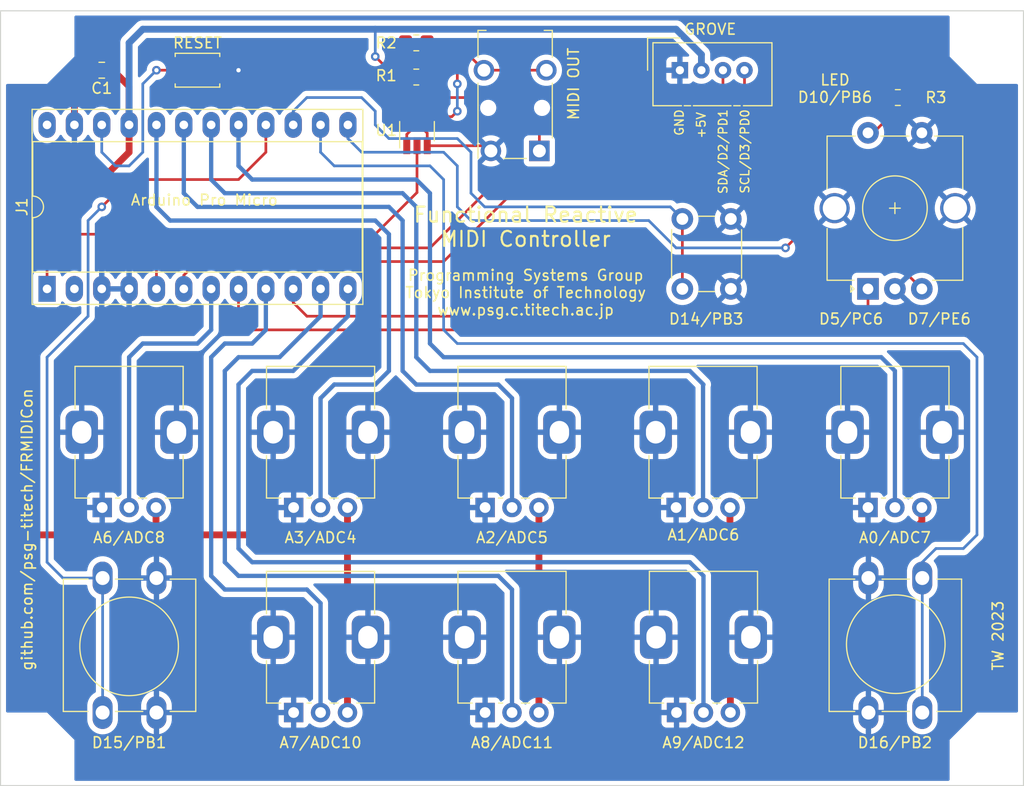
<source format=kicad_pcb>
(kicad_pcb (version 20221018) (generator pcbnew)
  (layers (0 "F.Cu" signal) (31 "B.Cu" signal) (34 "B.Paste" user) (35 "F.Paste" user) (36 "B.SilkS" user "B.Silkscreen") (37 "F.SilkS" user "F.Silkscreen") (38 "B.Mask" user) (39 "F.Mask" user) (44 "Edge.Cuts" user))
  (net 0 "")
  (net 1 "/RST")
  (net 2 "/SCL")
  (net 3 "/SDA")
  (net 4 "VCC")
  (net 5 "/TXD")
  (net 6 "/A6")
  (net 7 "/D5")
  (net 8 "/A7")
  (net 9 "/A8")
  (net 10 "/A9")
  (net 11 "GND")
  (net 12 "/A0")
  (net 13 "/A1")
  (net 14 "/A2")
  (net 15 "/A3")
  (net 16 "/D7")
  (net 17 "/D10")
  (net 18 "/D14")
  (net 19 "/D16")
  (net 20 "/D15")
  (net 21 "Net-(R3-Pad1)")
  (net 24 "Net-(J3-PadR)")
  (net 25 "Net-(J3-PadT)")
  (net 26 "Net-(R2-Pad1)")
  (footprint "Resistor_SMD:R_0805_2012Metric_Pad1.20x1.40mm_HandSolder" (layer "F.Cu") (at 206.01 91.44 180)
    (fp_text reference "R3" (at -3.54 0) (layer "F.SilkS"))
    (fp_text value "1k" hide)
    (pad "1" smd roundrect (at -1 0 180) (size 1.2 1.4) (layers "F.Cu" "F.Paste" "F.Mask") (roundrect_rratio 0.2083333333) (net 21 "Net-(R3-Pad1)"))
    (pad "2" smd roundrect (at 1 0 180) (size 1.2 1.4) (layers "F.Cu" "F.Paste" "F.Mask") (roundrect_rratio 0.2083333333) (net 17 "/D10"))
  )
  (footprint "Potentiometer_THT:Potentiometer_Alps_RK09K_Single_Vertical" (layer "F.Cu") (at 185.42 129.54 90)
    (fp_text reference "RV4" hide)
    (fp_text value "10k" hide)
    (fp_text user "A1/ADC6" (at -2.54 2.54 unlocked) (layer "F.SilkS"))
    (pad "1" thru_hole rect (at 0 0 90) (size 1.8 1.8) (drill 1) (layers "*.Cu" "*.Mask") (net 11 "GND"))
    (pad "2" thru_hole circle (at 0 2.5 90) (size 1.8 1.8) (drill 1) (layers "*.Cu" "*.Mask") (net 13 "/A1"))
    (pad "3" thru_hole circle (at 0 5 90) (size 1.8 1.8) (drill 1) (layers "*.Cu" "*.Mask") (net 4 "VCC"))
    (pad "MP" thru_hole roundrect (at 7 -1.9 90) (size 4 3) (drill oval 2.1 1.8) (layers "*.Cu" "*.Mask") (net 11 "GND"))
    (pad "MP" thru_hole roundrect (at 7 6.9 90) (size 4 3) (drill oval 2.1 1.8) (layers "*.Cu" "*.Mask") (net 11 "GND"))
  )
  (footprint "Package_DIP:DIP-24_W15.24mm_Socket_LongPads" (layer "F.Cu") (at 127 109.22 90)
    (fp_text reference "J1" (at 7.62 -2.33 90) (layer "F.SilkS"))
    (fp_text value "Arduino Pro Micro" hide)
    (fp_text user "Arduino Pro Micro" (at 8.255 14.605 unlocked) (layer "F.SilkS"))
    (pad "1" thru_hole rect (at 0 0 90) (size 2.4 1.6) (drill 0.8) (layers "*.Cu" "*.Mask") (net 5 "/TXD"))
    (pad "2" thru_hole oval (at 0 2.54 90) (size 2.4 1.6) (drill 0.8) (layers "*.Cu" "*.Mask"))
    (pad "3" thru_hole oval (at 0 5.08 90) (size 2.4 1.6) (drill 0.8) (layers "*.Cu" "*.Mask") (net 11 "GND"))
    (pad "4" thru_hole oval (at 0 7.62 90) (size 2.4 1.6) (drill 0.8) (layers "*.Cu" "*.Mask") (net 11 "GND"))
    (pad "5" thru_hole oval (at 0 10.16 90) (size 2.4 1.6) (drill 0.8) (layers "*.Cu" "*.Mask") (net 3 "/SDA"))
    (pad "6" thru_hole oval (at 0 12.7 90) (size 2.4 1.6) (drill 0.8) (layers "*.Cu" "*.Mask") (net 2 "/SCL"))
    (pad "7" thru_hole oval (at 0 15.24 90) (size 2.4 1.6) (drill 0.8) (layers "*.Cu" "*.Mask") (net 6 "/A6"))
    (pad "8" thru_hole oval (at 0 17.78 90) (size 2.4 1.6) (drill 0.8) (layers "*.Cu" "*.Mask") (net 7 "/D5"))
    (pad "9" thru_hole oval (at 0 20.32 90) (size 2.4 1.6) (drill 0.8) (layers "*.Cu" "*.Mask") (net 8 "/A7"))
    (pad "10" thru_hole oval (at 0 22.86 90) (size 2.4 1.6) (drill 0.8) (layers "*.Cu" "*.Mask") (net 16 "/D7"))
    (pad "11" thru_hole oval (at 0 25.4 90) (size 2.4 1.6) (drill 0.8) (layers "*.Cu" "*.Mask") (net 9 "/A8"))
    (pad "12" thru_hole oval (at 0 27.94 90) (size 2.4 1.6) (drill 0.8) (layers "*.Cu" "*.Mask") (net 10 "/A9"))
    (pad "13" thru_hole oval (at 15.24 27.94 90) (size 2.4 1.6) (drill 0.8) (layers "*.Cu" "*.Mask") (net 17 "/D10"))
    (pad "14" thru_hole oval (at 15.24 25.4 90) (size 2.4 1.6) (drill 0.8) (layers "*.Cu" "*.Mask") (net 19 "/D16"))
    (pad "15" thru_hole oval (at 15.24 22.86 90) (size 2.4 1.6) (drill 0.8) (layers "*.Cu" "*.Mask") (net 18 "/D14"))
    (pad "16" thru_hole oval (at 15.24 20.32 90) (size 2.4 1.6) (drill 0.8) (layers "*.Cu" "*.Mask") (net 20 "/D15"))
    (pad "17" thru_hole oval (at 15.24 17.78 90) (size 2.4 1.6) (drill 0.8) (layers "*.Cu" "*.Mask") (net 12 "/A0"))
    (pad "18" thru_hole oval (at 15.24 15.24 90) (size 2.4 1.6) (drill 0.8) (layers "*.Cu" "*.Mask") (net 13 "/A1"))
    (pad "19" thru_hole oval (at 15.24 12.7 90) (size 2.4 1.6) (drill 0.8) (layers "*.Cu" "*.Mask") (net 14 "/A2"))
    (pad "20" thru_hole oval (at 15.24 10.16 90) (size 2.4 1.6) (drill 0.8) (layers "*.Cu" "*.Mask") (net 15 "/A3"))
    (pad "21" thru_hole oval (at 15.24 7.62 90) (size 2.4 1.6) (drill 0.8) (layers "*.Cu" "*.Mask") (net 4 "VCC"))
    (pad "22" thru_hole oval (at 15.24 5.08 90) (size 2.4 1.6) (drill 0.8) (layers "*.Cu" "*.Mask") (net 1 "/RST"))
    (pad "23" thru_hole oval (at 15.24 2.54 90) (size 2.4 1.6) (drill 0.8) (layers "*.Cu" "*.Mask") (net 11 "GND"))
    (pad "24" thru_hole oval (at 15.24 0 90) (size 2.4 1.6) (drill 0.8) (layers "*.Cu" "*.Mask"))
  )
  (footprint "Potentiometer_THT:Potentiometer_Alps_RK09K_Single_Vertical" (layer "F.Cu") (at 167.68 148.59 90)
    (fp_text reference "RV7" hide)
    (fp_text value "10k" hide)
    (fp_text user "A8/ADC11" (at -2.794 2.5 unlocked) (layer "F.SilkS"))
    (pad "1" thru_hole rect (at 0 0 90) (size 1.8 1.8) (drill 1) (layers "*.Cu" "*.Mask") (net 11 "GND"))
    (pad "2" thru_hole circle (at 0 2.5 90) (size 1.8 1.8) (drill 1) (layers "*.Cu" "*.Mask") (net 9 "/A8"))
    (pad "3" thru_hole circle (at 0 5 90) (size 1.8 1.8) (drill 1) (layers "*.Cu" "*.Mask") (net 4 "VCC"))
    (pad "MP" thru_hole roundrect (at 7 -1.9 90) (size 4 3) (drill oval 2.1 1.8) (layers "*.Cu" "*.Mask") (net 11 "GND"))
    (pad "MP" thru_hole roundrect (at 7 6.9 90) (size 4 3) (drill oval 2.1 1.8) (layers "*.Cu" "*.Mask") (net 11 "GND"))
  )
  (footprint "MountingHole:MountingHole_3.2mm_M3_ISO14580" (layer "F.Cu") (at 214.68 152.38)
    (fp_text reference "H4" hide)
    (fp_text value "MountingHole" hide)
    (pad "" np_thru_hole circle (at 0 0) (size 3.2 3.2) (drill 3.2) (layers "*.Cu" "*.Mask"))
  )
  (footprint "MountingHole:MountingHole_3.2mm_M3_ISO14580" (layer "F.Cu") (at 214.68 86.38)
    (fp_text reference "H2" hide)
    (fp_text value "MountingHole" hide)
    (pad "" np_thru_hole circle (at 0 0) (size 3.2 3.2) (drill 3.2) (layers "*.Cu" "*.Mask"))
  )
  (footprint "FRMIDIConBoard:SW_PUSH-12mm" (layer "F.Cu") (at 203.28 148.59 90)
    (fp_text reference "SW2" hide)
    (fp_text value "Button2" hide)
    (fp_text user "D16/PB2" (at -2.794 2.46 unlocked) (layer "F.SilkS"))
    (pad "1" thru_hole oval (at 0 0 90) (size 3.048 1.85) (drill 1.3) (layers "*.Cu" "*.Mask") (net 11 "GND"))
    (pad "1" thru_hole oval (at 12.5 0 90) (size 3.048 1.85) (drill 1.3) (layers "*.Cu" "*.Mask") (net 11 "GND"))
    (pad "2" thru_hole oval (at 0 5 90) (size 3.048 1.85) (drill 1.3) (layers "*.Cu" "*.Mask") (net 19 "/D16"))
    (pad "2" thru_hole oval (at 12.5 5 90) (size 3.048 1.85) (drill 1.3) (layers "*.Cu" "*.Mask") (net 19 "/D16"))
  )
  (footprint "Connector_Audio:Jack_3.5mm_Switronic_ST-005-G_horizontal" (layer "F.Cu") (at 170.47 89.9 -90)
    (fp_text reference "J3" hide)
    (fp_text value "MIDI OUT" hide)
    (fp_text user "MIDI OUT" (at 0.27 -5.425 90 unlocked) (layer "F.SilkS"))
    (pad "" np_thru_hole circle (at 2.5 -2.5 270) (size 1 1) (drill 1) (layers "*.Cu" "*.Mask"))
    (pad "" np_thru_hole circle (at 2.5 2.5 270) (size 1 1) (drill 1) (layers "*.Cu" "*.Mask"))
    (pad "R" thru_hole rect (at 6.5 -2.25 270) (size 1.9 1.9) (drill 1.2) (layers "*.Cu" "*.Mask") (net 24 "Net-(J3-PadR)"))
    (pad "S" thru_hole circle (at 6.5 2.25 270) (size 1.9 1.9) (drill 1.2) (layers "*.Cu" "*.Mask") (net 11 "GND"))
    (pad "T" thru_hole circle (at -1 -2.9 270) (size 1.9 1.9) (drill 1.2) (layers "*.Cu" "*.Mask") (net 25 "Net-(J3-PadT)"))
    (pad "T" thru_hole circle (at -1 2.9 270) (size 1.9 1.9) (drill 1.2) (layers "*.Cu" "*.Mask") (net 25 "Net-(J3-PadT)"))
  )
  (footprint "Potentiometer_THT:Potentiometer_Alps_RK09K_Single_Vertical" (layer "F.Cu") (at 149.9 148.59 90)
    (fp_text reference "RV6" hide)
    (fp_text value "10k" hide)
    (fp_text user "A7/ADC10" (at -2.794 2.5 unlocked) (layer "F.SilkS"))
    (pad "1" thru_hole rect (at 0 0 90) (size 1.8 1.8) (drill 1) (layers "*.Cu" "*.Mask") (net 11 "GND"))
    (pad "2" thru_hole circle (at 0 2.5 90) (size 1.8 1.8) (drill 1) (layers "*.Cu" "*.Mask") (net 8 "/A7"))
    (pad "3" thru_hole circle (at 0 5 90) (size 1.8 1.8) (drill 1) (layers "*.Cu" "*.Mask") (net 4 "VCC"))
    (pad "MP" thru_hole roundrect (at 7 -1.9 90) (size 4 3) (drill oval 2.1 1.8) (layers "*.Cu" "*.Mask") (net 11 "GND"))
    (pad "MP" thru_hole roundrect (at 7 6.9 90) (size 4 3) (drill oval 2.1 1.8) (layers "*.Cu" "*.Mask") (net 11 "GND"))
  )
  (footprint "FRMIDIConBoard:RotaryEncoder_TopUp_EC12PL-LED_Vertical_H20mm_CircularMountingHoles" (layer "F.Cu") (at 203.24 109.22 90)
    (fp_text reference "SW3" hide)
    (fp_text value "RotaryEncoder_LED" hide)
    (fp_text user "D5/PC6   D7/PE6" (at -2.794 2.5 unlocked) (layer "F.SilkS"))
    (pad "A" thru_hole rect (at 0 0 90) (size 2 2) (drill 1) (layers "*.Cu" "*.Mask") (net 7 "/D5"))
    (pad "B" thru_hole circle (at 0 5 90) (size 2 2) (drill 1) (layers "*.Cu" "*.Mask") (net 16 "/D7"))
    (pad "C" thru_hole circle (at 0 2.5 90) (size 2 2) (drill 1) (layers "*.Cu" "*.Mask") (net 11 "GND"))
    (pad "L1" thru_hole circle (at 14.5 0 90) (size 2 2) (drill 1) (layers "*.Cu" "*.Mask") (net 21 "Net-(R3-Pad1)"))
    (pad "L2" thru_hole circle (at 14.5 5 90) (size 2 2) (drill 1) (layers "*.Cu" "*.Mask") (net 11 "GND"))
    (pad "MP" thru_hole circle (at 7.5 -3.1 90) (size 2.8 2.8) (drill 2.2) (layers "*.Cu" "*.Mask") (net 11 "GND"))
    (pad "MP" thru_hole circle (at 7.5 8.1 90) (size 2.8 2.8) (drill 2.2) (layers "*.Cu" "*.Mask") (net 11 "GND"))
  )
  (footprint "Connector:NS-Tech_Grove_1x04_P2mm_Vertical" (layer "F.Cu") (at 185.77 88.9 90)
    (fp_text reference "J2" hide)
    (fp_text value "Grove" hide)
    (fp_text user "GROVE" (at 3.81 2.825 unlocked) (layer "F.SilkS"))
    (pad "1" thru_hole rect (at 0 0 90) (size 1.524 1.524) (drill 0.762) (layers "*.Cu" "*.Mask") (net 11 "GND"))
    (pad "2" thru_hole circle (at 0 2 90) (size 1.524 1.524) (drill 0.762) (layers "*.Cu" "*.Mask") (net 4 "VCC"))
    (pad "3" thru_hole circle (at 0 4 90) (size 1.524 1.524) (drill 0.762) (layers "*.Cu" "*.Mask") (net 3 "/SDA"))
    (pad "4" thru_hole circle (at 0 6 90) (size 1.524 1.524) (drill 0.762) (layers "*.Cu" "*.Mask") (net 2 "/SCL"))
  )
  (footprint "FRMIDIConBoard:SW_PUSH-12mm" (layer "F.Cu") (at 137.16 136.09 -90)
    (fp_text reference "SW1" hide)
    (fp_text value "Button1" hide)
    (fp_text user "D15/PB1" (at 15.294 2.54 unlocked) (layer "F.SilkS"))
    (pad "1" thru_hole oval (at 0 0 270) (size 3.048 1.85) (drill 1.3) (layers "*.Cu" "*.Mask") (net 11 "GND"))
    (pad "1" thru_hole oval (at 12.5 0 270) (size 3.048 1.85) (drill 1.3) (layers "*.Cu" "*.Mask") (net 11 "GND"))
    (pad "2" thru_hole oval (at 0 5 270) (size 3.048 1.85) (drill 1.3) (layers "*.Cu" "*.Mask") (net 20 "/D15"))
    (pad "2" thru_hole oval (at 12.5 5 270) (size 3.048 1.85) (drill 1.3) (layers "*.Cu" "*.Mask") (net 20 "/D15"))
  )
  (footprint "Potentiometer_THT:Potentiometer_Alps_RK09K_Single_Vertical" (layer "F.Cu") (at 167.68 129.54 90)
    (fp_text reference "RV3" hide)
    (fp_text value "10k" hide)
    (fp_text user "A2/ADC5" (at -2.794 2.5 unlocked) (layer "F.SilkS"))
    (pad "1" thru_hole rect (at 0 0 90) (size 1.8 1.8) (drill 1) (layers "*.Cu" "*.Mask") (net 11 "GND"))
    (pad "2" thru_hole circle (at 0 2.5 90) (size 1.8 1.8) (drill 1) (layers "*.Cu" "*.Mask") (net 14 "/A2"))
    (pad "3" thru_hole circle (at 0 5 90) (size 1.8 1.8) (drill 1) (layers "*.Cu" "*.Mask") (net 4 "VCC"))
    (pad "MP" thru_hole roundrect (at 7 -1.9 90) (size 4 3) (drill oval 2.1 1.8) (layers "*.Cu" "*.Mask") (net 11 "GND"))
    (pad "MP" thru_hole roundrect (at 7 6.9 90) (size 4 3) (drill oval 2.1 1.8) (layers "*.Cu" "*.Mask") (net 11 "GND"))
  )
  (footprint "Potentiometer_THT:Potentiometer_Alps_RK09K_Single_Vertical" (layer "F.Cu") (at 203.24 129.54 90)
    (fp_text reference "RV5" hide)
    (fp_text value "10k" hide)
    (fp_text user "A0/ADC7" (at -2.794 2.5 unlocked) (layer "F.SilkS"))
    (pad "1" thru_hole rect (at 0 0 90) (size 1.8 1.8) (drill 1) (layers "*.Cu" "*.Mask") (net 11 "GND"))
    (pad "2" thru_hole circle (at 0 2.5 90) (size 1.8 1.8) (drill 1) (layers "*.Cu" "*.Mask") (net 12 "/A0"))
    (pad "3" thru_hole circle (at 0 5 90) (size 1.8 1.8) (drill 1) (layers "*.Cu" "*.Mask") (net 4 "VCC"))
    (pad "MP" thru_hole roundrect (at 7 -1.9 90) (size 4 3) (drill oval 2.1 1.8) (layers "*.Cu" "*.Mask") (net 11 "GND"))
    (pad "MP" thru_hole roundrect (at 7 6.9 90) (size 4 3) (drill oval 2.1 1.8) (layers "*.Cu" "*.Mask") (net 11 "GND"))
  )
  (footprint "Potentiometer_THT:Potentiometer_Alps_RK09K_Single_Vertical" (layer "F.Cu") (at 149.9 129.54 90)
    (fp_text reference "RV2" hide)
    (fp_text value "10k" hide)
    (fp_text user "A3/ADC4" (at -2.794 2.5 unlocked) (layer "F.SilkS"))
    (pad "1" thru_hole rect (at 0 0 90) (size 1.8 1.8) (drill 1) (layers "*.Cu" "*.Mask") (net 11 "GND"))
    (pad "2" thru_hole circle (at 0 2.5 90) (size 1.8 1.8) (drill 1) (layers "*.Cu" "*.Mask") (net 15 "/A3"))
    (pad "3" thru_hole circle (at 0 5 90) (size 1.8 1.8) (drill 1) (layers "*.Cu" "*.Mask") (net 4 "VCC"))
    (pad "MP" thru_hole roundrect (at 7 -1.9 90) (size 4 3) (drill oval 2.1 1.8) (layers "*.Cu" "*.Mask") (net 11 "GND"))
    (pad "MP" thru_hole roundrect (at 7 6.9 90) (size 4 3) (drill oval 2.1 1.8) (layers "*.Cu" "*.Mask") (net 11 "GND"))
  )
  (footprint "Package_TO_SOT_SMD:SOT-23-5_HandSoldering" (layer "F.Cu") (at 161.356 94.568 90)
    (fp_text reference "U1" (at 0.08 -2.86 180) (layer "F.SilkS"))
    (fp_text value "74AHC1G125" hide)
    (pad "1" smd rect (at -1.35 -0.95 90) (size 1.56 0.65) (layers "F.Cu" "F.Paste" "F.Mask") (net 11 "GND"))
    (pad "2" smd rect (at -1.35 0 90) (size 1.56 0.65) (layers "F.Cu" "F.Paste" "F.Mask") (net 5 "/TXD"))
    (pad "3" smd rect (at -1.35 0.95 90) (size 1.56 0.65) (layers "F.Cu" "F.Paste" "F.Mask") (net 11 "GND"))
    (pad "4" smd rect (at 1.35 0.95 90) (size 1.56 0.65) (layers "F.Cu" "F.Paste" "F.Mask") (net 26 "Net-(R2-Pad1)"))
    (pad "5" smd rect (at 1.35 -0.95 90) (size 1.56 0.65) (layers "F.Cu" "F.Paste" "F.Mask") (net 4 "VCC"))
  )
  (footprint "MountingHole:MountingHole_3.2mm_M3_ISO14580" (layer "F.Cu") (at 125.68 86.38)
    (fp_text reference "H1" hide)
    (fp_text value "MountingHole" hide)
    (pad "" np_thru_hole circle (at 0 0) (size 3.2 3.2) (drill 3.2) (layers "*.Cu" "*.Mask"))
  )
  (footprint "Button_Switch_THT:SW_PUSH_6mm_H5mm" (layer "F.Cu") (at 190.5 102.72 -90)
    (fp_text reference "SW4" hide)
    (fp_text value "Button3" hide)
    (fp_text user "D14/PB3" (at 9.294 2.286 unlocked) (layer "F.SilkS"))
    (pad "1" thru_hole circle (at 0 0) (size 2 2) (drill 1.1) (layers "*.Cu" "*.Mask") (net 11 "GND"))
    (pad "1" thru_hole circle (at 6.5 0) (size 2 2) (drill 1.1) (layers "*.Cu" "*.Mask") (net 11 "GND"))
    (pad "2" thru_hole circle (at 0 4.5) (size 2 2) (drill 1.1) (layers "*.Cu" "*.Mask") (net 18 "/D14"))
    (pad "2" thru_hole circle (at 6.5 4.5) (size 2 2) (drill 1.1) (layers "*.Cu" "*.Mask") (net 18 "/D14"))
  )
  (footprint "MountingHole:MountingHole_3.2mm_M3_ISO14580" (layer "F.Cu") (at 125.68 152.38)
    (fp_text reference "H3" hide)
    (fp_text value "MountingHole" hide)
    (pad "" np_thru_hole circle (at 0 0) (size 3.2 3.2) (drill 3.2) (layers "*.Cu" "*.Mask"))
  )
  (footprint "Capacitor_SMD:C_0805_2012Metric_Pad1.18x1.45mm_HandSolder" (layer "F.Cu") (at 132.08 88.9 180)
    (fp_text reference "C1" (at 0 -1.68) (layer "F.SilkS"))
    (fp_text value "0.1u")
    (pad "1" smd roundrect (at -1.0375 0 180) (size 1.175 1.45) (layers "F.Cu" "F.Paste" "F.Mask") (roundrect_rratio 0.2127659574) (net 4 "VCC"))
    (pad "2" smd roundrect (at 1.0375 0 180) (size 1.175 1.45) (layers "F.Cu" "F.Paste" "F.Mask") (roundrect_rratio 0.2127659574) (net 11 "GND"))
  )
  (footprint "Potentiometer_THT:Potentiometer_Alps_RK09K_Single_Vertical" (layer "F.Cu") (at 132.12 129.54 90)
    (fp_text reference "RV1" hide)
    (fp_text value "10k" hide)
    (fp_text user "A6/ADC8" (at -2.794 2.5 unlocked) (layer "F.SilkS"))
    (pad "1" thru_hole rect (at 0 0 90) (size 1.8 1.8) (drill 1) (layers "*.Cu" "*.Mask") (net 11 "GND"))
    (pad "2" thru_hole circle (at 0 2.5 90) (size 1.8 1.8) (drill 1) (layers "*.Cu" "*.Mask") (net 6 "/A6"))
    (pad "3" thru_hole circle (at 0 5 90) (size 1.8 1.8) (drill 1) (layers "*.Cu" "*.Mask") (net 4 "VCC"))
    (pad "MP" thru_hole roundrect (at 7 -1.9 90) (size 4 3) (drill oval 2.1 1.8) (layers "*.Cu" "*.Mask") (net 11 "GND"))
    (pad "MP" thru_hole roundrect (at 7 6.9 90) (size 4 3) (drill oval 2.1 1.8) (layers "*.Cu" "*.Mask") (net 11 "GND"))
  )
  (footprint "Resistor_SMD:R_0805_2012Metric_Pad1.20x1.40mm_HandSolder" (layer "F.Cu") (at 161.29 89.535)
    (fp_text reference "R1" (at -2.794 -0.127) (layer "F.SilkS"))
    (fp_text value "220" hide)
    (pad "1" smd roundrect (at -1 0) (size 1.2 1.4) (layers "F.Cu" "F.Paste" "F.Mask") (roundrect_rratio 0.2083333333) (net 4 "VCC"))
    (pad "2" smd roundrect (at 1 0) (size 1.2 1.4) (layers "F.Cu" "F.Paste" "F.Mask") (roundrect_rratio 0.2083333333) (net 24 "Net-(J3-PadR)"))
  )
  (footprint "Potentiometer_THT:Potentiometer_Alps_RK09K_Single_Vertical" (layer "F.Cu") (at 185.46 148.59 90)
    (fp_text reference "RV8" hide)
    (fp_text value "10k" hide)
    (fp_text user "A9/ADC12" (at -2.794 2.5 unlocked) (layer "F.SilkS"))
    (pad "1" thru_hole rect (at 0 0 90) (size 1.8 1.8) (drill 1) (layers "*.Cu" "*.Mask") (net 11 "GND"))
    (pad "2" thru_hole circle (at 0 2.5 90) (size 1.8 1.8) (drill 1) (layers "*.Cu" "*.Mask") (net 10 "/A9"))
    (pad "3" thru_hole circle (at 0 5 90) (size 1.8 1.8) (drill 1) (layers "*.Cu" "*.Mask") (net 4 "VCC"))
    (pad "MP" thru_hole roundrect (at 7 -1.9 90) (size 4 3) (drill oval 2.1 1.8) (layers "*.Cu" "*.Mask") (net 11 "GND"))
    (pad "MP" thru_hole roundrect (at 7 6.9 90) (size 4 3) (drill oval 2.1 1.8) (layers "*.Cu" "*.Mask") (net 11 "GND"))
  )
  (footprint "Button_Switch_SMD:SW_Push_SPST_NO_Alps_SKRK" (layer "F.Cu") (at 140.97 88.9 180)
    (fp_text reference "SW5" hide)
    (fp_text value "RESET" hide)
    (fp_text user "RESET" (at 0 2.54 unlocked) (layer "F.SilkS"))
    (pad "1" smd roundrect (at -2.1 0 180) (size 0.8 2) (layers "F.Cu" "F.Paste" "F.Mask") (net 11 "GND"))
    (pad "2" smd roundrect (at 2.1 0 180) (size 0.8 2) (layers "F.Cu" "F.Paste" "F.Mask") (net 1 "/RST"))
  )
  (footprint "Resistor_SMD:R_0805_2012Metric_Pad1.20x1.40mm_HandSolder" (layer "F.Cu") (at 161.29 86.36)
    (fp_text reference "R2" (at -2.794 0) (layer "F.SilkS"))
    (fp_text value "220" hide)
    (pad "1" smd roundrect (at -1 0) (size 1.2 1.4) (layers "F.Cu" "F.Paste" "F.Mask") (roundrect_rratio 0.2083333333) (net 26 "Net-(R2-Pad1)"))
    (pad "2" smd roundrect (at 1 0) (size 1.2 1.4) (layers "F.Cu" "F.Paste" "F.Mask") (roundrect_rratio 0.2083333333) (net 25 "Net-(J3-PadT)"))
  )
  (gr_rect (start 122.68 83.38) (end 217.68 155.38) (stroke (width 0.1)) (fill none) (layer "Edge.Cuts"))
  (gr_text "GND" (at 186.182 92.456 90) (layer "F.SilkS") (effects (font (size 0.8 0.8) (thickness 0.13) bold) (justify right bottom)))
  (gr_text "TW 2023" (at 215.9 144.78 90) (layer "F.SilkS") (effects (font (size 1 1)) (justify left bottom)))
  (gr_text "Programming Systems Group\nTokyo Institute of Technology\nwww.psg.c.titech.ac.jp" (at 171.45 111.76) (layer "F.SilkS") (effects (font (size 1 1)) (justify bottom)))
  (gr_text "LED\nD10/PB6" (at 200.18 92) (layer "F.SilkS") (effects (font (size 1 1)) (justify bottom)))
  (gr_text "github.com/psg-titech/FRMIDICon" (at 125.73 144.78 90) (layer "F.SilkS") (effects (font (size 1 1)) (justify left bottom)))
  (gr_text "SDA/D2/PD1" (at 190.246 92.456 90) (layer "F.SilkS") (effects (font (size 0.8 0.8) (thickness 0.13) bold) (justify right bottom)))
  (gr_text "+5V" (at 188.214 92.71 90) (layer "F.SilkS") (effects (font (size 0.8 0.8) (thickness 0.13) bold) (justify right bottom)))
  (gr_text "SCL/D3/PD0" (at 192.278 92.456 90) (layer "F.SilkS") (effects (font (size 0.8 0.8) (thickness 0.13) bold) (justify right bottom)))
  (gr_text "Functional Reactive\nMIDI Controller" (at 171.45 105.41) (layer "F.SilkS") (effects (font (size 1.4 1.4) (thickness 0.2)) (justify bottom)))
  (segment (start 137.16 88.9) (end 138.87 88.9) (width 0.25) (layer "F.Cu") (net 1))
  (via (at 137.16 88.9) (size 0.8) (drill 0.4) (layers "F.Cu" "B.Cu") (net 1))
  (segment (start 134.62 97.79) (end 135.89 96.52) (width 0.25) (layer "B.Cu") (net 1))
  (segment (start 135.89 96.52) (end 135.89 90.17) (width 0.25) (layer "B.Cu") (net 1))
  (segment (start 132.08 96.52) (end 133.35 97.79) (width 0.25) (layer "B.Cu") (net 1))
  (segment (start 133.35 97.79) (end 134.62 97.79) (width 0.25) (layer "B.Cu") (net 1))
  (segment (start 132.08 93.98) (end 132.08 96.52) (width 0.25) (layer "B.Cu") (net 1))
  (segment (start 135.89 90.17) (end 137.16 88.9) (width 0.25) (layer "B.Cu") (net 1))
  (segment (start 163.83 106.68) (end 170.18 100.33) (width 0.25) (layer "F.Cu") (net 2))
  (segment (start 189.23 100.33) (end 191.77 97.79) (width 0.25) (layer "F.Cu") (net 2))
  (segment (start 140.97 106.68) (end 163.83 106.68) (width 0.25) (layer "F.Cu") (net 2))
  (segment (start 170.18 100.33) (end 189.23 100.33) (width 0.25) (layer "F.Cu") (net 2))
  (segment (start 139.7 109.22) (end 139.7 107.95) (width 0.25) (layer "F.Cu") (net 2))
  (segment (start 139.7 107.95) (end 140.97 106.68) (width 0.25) (layer "F.Cu") (net 2))
  (segment (start 191.77 97.79) (end 191.77 88.9) (width 0.25) (layer "F.Cu") (net 2))
  (segment (start 137.16 106.68) (end 137.16 109.22) (width 0.25) (layer "F.Cu") (net 3))
  (segment (start 168.91 99.06) (end 187.96 99.06) (width 0.25) (layer "F.Cu") (net 3))
  (segment (start 187.96 99.06) (end 189.77 97.25) (width 0.25) (layer "F.Cu") (net 3))
  (segment (start 138.43 105.41) (end 137.16 106.68) (width 0.25) (layer "F.Cu") (net 3))
  (segment (start 189.77 97.25) (end 189.77 88.9) (width 0.25) (layer "F.Cu") (net 3))
  (segment (start 138.43 105.41) (end 162.56 105.41) (width 0.25) (layer "F.Cu") (net 3))
  (segment (start 162.56 105.41) (end 168.91 99.06) (width 0.25) (layer "F.Cu") (net 3))
  (segment (start 134.62 90.4025) (end 133.1175 88.9) (width 0.635) (layer "F.Cu") (net 4))
  (segment (start 137.12 132.04) (end 137.16 132.08) (width 0.25) (layer "F.Cu") (net 4))
  (segment (start 160.406 93.218) (end 160.406 89.651) (width 0.25) (layer "F.Cu") (net 4))
  (segment (start 134.62 96.52) (end 132.08 99.06) (width 0.635) (layer "F.Cu") (net 4))
  (segment (start 125.73 132.08) (end 137.16 132.08) (width 0.635) (layer "F.Cu") (net 4))
  (segment (start 134.62 93.98) (end 134.62 90.4025) (width 0.635) (layer "F.Cu") (net 4))
  (segment (start 190.46 144.82) (end 190.46 148.59) (width 0.635) (layer "F.Cu") (net 4))
  (segment (start 190.5 138.43) (end 189.23 139.7) (width 0.635) (layer "F.Cu") (net 4))
  (segment (start 190.5 144.78) (end 190.46 144.82) (width 0.25) (layer "F.Cu") (net 4))
  (segment (start 125.73 99.06) (end 124.46 100.33) (width 0.635) (layer "F.Cu") (net 4))
  (segment (start 124.46 130.81) (end 125.73 132.08) (width 0.635) (layer "F.Cu") (net 4))
  (segment (start 159.385 89.535) (end 160.29 89.535) (width 0.25) (layer "F.Cu") (net 4))
  (segment (start 134.62 93.98) (end 134.62 96.52) (width 0.635) (layer "F.Cu") (net 4))
  (segment (start 190.42 138.35) (end 190.5 138.43) (width 0.25) (layer "F.Cu") (net 4))
  (segment (start 154.9 144.82) (end 154.9 148.59) (width 0.635) (layer "F.Cu") (net 4))
  (segment (start 172.72 138.43) (end 171.45 139.7) (width 0.635) (layer "F.Cu") (net 4))
  (segment (start 154.9 129.54) (end 154.9 138.39) (width 0.635) (layer "F.Cu") (net 4))
  (segment (start 190.42 129.54) (end 190.42 138.35) (width 0.635) (layer "F.Cu") (net 4))
  (segment (start 171.45 143.51) (end 172.72 144.78) (width 0.635) (layer "F.Cu") (net 4))
  (segment (start 154.9 138.39) (end 154.94 138.43) (width 0.25) (layer "F.Cu") (net 4))
  (segment (start 160.406 89.651) (end 160.29 89.535) (width 0.25) (layer "F.Cu") (net 4))
  (segment (start 137.16 132.08) (end 207.01 132.08) (width 0.635) (layer "F.Cu") (net 4))
  (segment (start 124.46 100.33) (end 124.46 130.81) (width 0.635) (layer "F.Cu") (net 4))
  (segment (start 172.68 129.54) (end 172.68 138.39) (width 0.635) (layer "F.Cu") (net 4))
  (segment (start 171.45 139.7) (end 171.45 143.51) (width 0.635) (layer "F.Cu") (net 4))
  (segment (start 172.72 144.78) (end 172.68 144.82) (width 0.25) (layer "F.Cu") (net 4))
  (segment (start 172.68 144.82) (end 172.68 148.59) (width 0.635) (layer "F.Cu") (net 4))
  (segment (start 207.01 132.08) (end 208.24 130.85) (width 0.635) (layer "F.Cu") (net 4))
  (segment (start 132.08 99.06) (end 125.73 99.06) (width 0.635) (layer "F.Cu") (net 4))
  (segment (start 157.48 87.63) (end 159.385 89.535) (width 0.25) (layer "F.Cu") (net 4))
  (segment (start 137.12 129.54) (end 137.12 132.04) (width 0.635) (layer "F.Cu") (net 4))
  (segment (start 153.67 143.51) (end 154.94 144.78) (width 0.635) (layer "F.Cu") (net 4))
  (segment (start 189.23 139.7) (end 189.23 143.51) (width 0.635) (layer "F.Cu") (net 4))
  (segment (start 208.24 130.85) (end 208.24 129.54) (width 0.635) (layer "F.Cu") (net 4))
  (segment (start 154.94 138.43) (end 153.67 139.7) (width 0.635) (layer "F.Cu") (net 4))
  (segment (start 189.23 143.51) (end 190.5 144.78) (width 0.635) (layer "F.Cu") (net 4))
  (segment (start 153.67 139.7) (end 153.67 143.51) (width 0.635) (layer "F.Cu") (net 4))
  (segment (start 172.68 138.39) (end 172.72 138.43) (width 0.25) (layer "F.Cu") (net 4))
  (via (at 157.48 87.63) (size 0.8) (drill 0.4) (layers "F.Cu" "B.Cu") (net 4))
  (segment (start 134.62 93.98) (end 134.62 86.36) (width 0.635) (layer "B.Cu") (net 4))
  (segment (start 135.89 85.09) (end 157.48 85.09) (width 0.635) (layer "B.Cu") (net 4))
  (segment (start 134.62 86.36) (end 135.89 85.09) (width 0.635) (layer "B.Cu") (net 4))
  (segment (start 185.42 85.09) (end 187.77 87.44) (width 0.635) (layer "B.Cu") (net 4))
  (segment (start 157.48 85.09) (end 157.48 87.63) (width 0.25) (layer "B.Cu") (net 4))
  (segment (start 187.77 87.44) (end 187.77 88.9) (width 0.635) (layer "B.Cu") (net 4))
  (segment (start 157.48 85.09) (end 185.42 85.09) (width 0.635) (layer "B.Cu") (net 4))
  (segment (start 128.27 104.14) (end 127 105.41) (width 0.25) (layer "F.Cu") (net 5))
  (segment (start 157.48 104.14) (end 128.27 104.14) (width 0.25) (layer "F.Cu") (net 5))
  (segment (start 161.356 95.918) (end 161.356 100.264) (width 0.25) (layer "F.Cu") (net 5))
  (segment (start 161.356 100.264) (end 157.48 104.14) (width 0.25) (layer "F.Cu") (net 5))
  (segment (start 127 105.41) (end 127 109.22) (width 0.25) (layer "F.Cu") (net 5))
  (segment (start 135.89 114.3) (end 134.62 115.57) (width 0.4) (layer "B.Cu") (net 6))
  (segment (start 142.24 109.22) (end 142.24 113.03) (width 0.4) (layer "B.Cu") (net 6))
  (segment (start 140.97 114.3) (end 135.89 114.3) (width 0.4) (layer "B.Cu") (net 6))
  (segment (start 134.62 115.57) (end 134.62 129.54) (width 0.4) (layer "B.Cu") (net 6))
  (segment (start 142.24 113.03) (end 140.97 114.3) (width 0.4) (layer "B.Cu") (net 6))
  (segment (start 144.78 109.22) (end 144.78 111.76) (width 0.25) (layer "F.Cu") (net 7))
  (segment (start 144.78 111.76) (end 146.05 113.03) (width 0.25) (layer "F.Cu") (net 7))
  (segment (start 201.93 113.03) (end 203.24 111.72) (width 0.25) (layer "F.Cu") (net 7))
  (segment (start 146.05 113.03) (end 201.93 113.03) (width 0.25) (layer "F.Cu") (net 7))
  (segment (start 203.24 111.72) (end 203.24 109.22) (width 0.25) (layer "F.Cu") (net 7))
  (segment (start 143.51 137.16) (end 142.24 135.89) (width 0.4) (layer "B.Cu") (net 8))
  (segment (start 152.4 138.43) (end 151.13 137.16) (width 0.4) (layer "B.Cu") (net 8))
  (segment (start 142.24 115.57) (end 143.51 114.3) (width 0.4) (layer "B.Cu") (net 8))
  (segment (start 151.13 137.16) (end 143.51 137.16) (width 0.4) (layer "B.Cu") (net 8))
  (segment (start 143.51 114.3) (end 146.05 114.3) (width 0.4) (layer "B.Cu") (net 8))
  (segment (start 147.32 113.03) (end 147.32 109.22) (width 0.4) (layer "B.Cu") (net 8))
  (segment (start 146.05 114.3) (end 147.32 113.03) (width 0.4) (layer "B.Cu") (net 8))
  (segment (start 152.4 148.59) (end 152.4 138.43) (width 0.4) (layer "B.Cu") (net 8))
  (segment (start 142.24 135.89) (end 142.24 115.57) (width 0.4) (layer "B.Cu") (net 8))
  (segment (start 152.4 109.22) (end 152.4 111.76) (width 0.4) (layer "B.Cu") (net 9))
  (segment (start 168.91 135.89) (end 170.18 137.16) (width 0.4) (layer "B.Cu") (net 9))
  (segment (start 144.78 115.57) (end 143.51 116.84) (width 0.4) (layer "B.Cu") (net 9))
  (segment (start 143.51 134.62) (end 144.78 135.89) (width 0.4) (layer "B.Cu") (net 9))
  (segment (start 170.18 137.16) (end 170.18 148.59) (width 0.4) (layer "B.Cu") (net 9))
  (segment (start 143.51 116.84) (end 143.51 134.62) (width 0.4) (layer "B.Cu") (net 9))
  (segment (start 144.78 135.89) (end 168.91 135.89) (width 0.4) (layer "B.Cu") (net 9))
  (segment (start 148.59 115.57) (end 144.78 115.57) (width 0.4) (layer "B.Cu") (net 9))
  (segment (start 152.4 111.76) (end 148.59 115.57) (width 0.4) (layer "B.Cu") (net 9))
  (segment (start 154.94 111.76) (end 149.86 116.84) (width 0.4) (layer "B.Cu") (net 10))
  (segment (start 146.05 116.84) (end 144.78 118.11) (width 0.4) (layer "B.Cu") (net 10))
  (segment (start 154.94 109.22) (end 154.94 111.76) (width 0.4) (layer "B.Cu") (net 10))
  (segment (start 144.78 118.11) (end 144.78 133.35) (width 0.4) (layer "B.Cu") (net 10))
  (segment (start 146.05 134.62) (end 186.69 134.62) (width 0.4) (layer "B.Cu") (net 10))
  (segment (start 149.86 116.84) (end 146.05 116.84) (width 0.4) (layer "B.Cu") (net 10))
  (segment (start 144.78 133.35) (end 146.05 134.62) (width 0.4) (layer "B.Cu") (net 10))
  (segment (start 186.69 134.62) (end 187.96 135.89) (width 0.4) (layer "B.Cu") (net 10))
  (segment (start 187.96 135.89) (end 187.96 148.59) (width 0.4) (layer "B.Cu") (net 10))
  (segment (start 160.406 94.864) (end 160.406 95.918) (width 0.25) (layer "F.Cu") (net 11))
  (segment (start 129.54 93.98) (end 129.54 90.4025) (width 0.635) (layer "F.Cu") (net 11))
  (segment (start 143.07 88.9) (end 144.78 88.9) (width 0.25) (layer "F.Cu") (net 11))
  (segment (start 162.306 94.742) (end 162.052 94.488) (width 0.25) (layer "F.Cu") (net 11))
  (segment (start 160.782 94.488) (end 160.406 94.864) (width 0.25) (layer "F.Cu") (net 11))
  (segment (start 162.052 94.488) (end 160.782 94.488) (width 0.25) (layer "F.Cu") (net 11))
  (segment (start 167.738 95.918) (end 168.22 96.4) (width 0.25) (layer "F.Cu") (net 11))
  (segment (start 162.306 95.918) (end 162.306 94.742) (width 0.25) (layer "F.Cu") (net 11))
  (segment (start 162.306 95.918) (end 167.738 95.918) (width 0.25) (layer "F.Cu") (net 11))
  (segment (start 129.54 90.4025) (end 131.0425 88.9) (width 0.635) (layer "F.Cu") (net 11))
  (via (at 144.78 88.9) (size 0.8) (drill 0.4) (layers "F.Cu" "B.Cu") (net 11))
  (segment (start 162.56 100.33) (end 162.56 114.3) (width 0.4) (layer "B.Cu") (net 12))
  (segment (start 144.78 93.98) (end 144.78 97.79) (width 0.4) (layer "B.Cu") (net 12))
  (segment (start 144.78 97.79) (end 146.05 99.06) (width 0.4) (layer "B.Cu") (net 12))
  (segment (start 204.47 115.57) (end 205.74 116.84) (width 0.4) (layer "B.Cu") (net 12))
  (segment (start 205.74 116.84) (end 205.74 129.54) (width 0.4) (layer "B.Cu") (net 12))
  (segment (start 163.83 115.57) (end 204.47 115.57) (width 0.4) (layer "B.Cu") (net 12))
  (segment (start 162.56 114.3) (end 163.83 115.57) (width 0.4) (layer "B.Cu") (net 12))
  (segment (start 146.05 99.06) (end 161.29 99.06) (width 0.4) (layer "B.Cu") (net 12))
  (segment (start 161.29 99.06) (end 162.56 100.33) (width 0.4) (layer "B.Cu") (net 12))
  (segment (start 143.51 100.33) (end 160.02 100.33) (width 0.4) (layer "B.Cu") (net 13))
  (segment (start 187.92 118.15) (end 187.92 129.54) (width 0.4) (layer "B.Cu") (net 13))
  (segment (start 142.24 99.06) (end 143.51 100.33) (width 0.4) (layer "B.Cu") (net 13))
  (segment (start 162.56 116.84) (end 186.69 116.84) (width 0.4) (layer "B.Cu") (net 13))
  (segment (start 161.29 115.57) (end 162.56 116.84) (width 0.4) (layer "B.Cu") (net 13))
  (segment (start 186.69 116.84) (end 187.96 118.11) (width 0.4) (layer "B.Cu") (net 13))
  (segment (start 161.29 101.6) (end 161.29 115.57) (width 0.4) (layer "B.Cu") (net 13))
  (segment (start 187.96 118.11) (end 187.92 118.15) (width 0.25) (layer "B.Cu") (net 13))
  (segment (start 160.02 100.33) (end 161.29 101.6) (width 0.4) (layer "B.Cu") (net 13))
  (segment (start 142.24 93.98) (end 142.24 99.06) (width 0.4) (layer "B.Cu") (net 13))
  (segment (start 160.02 102.87) (end 160.02 116.84) (width 0.4) (layer "B.Cu") (net 14))
  (segment (start 161.29 118.11) (end 168.91 118.11) (width 0.4) (layer "B.Cu") (net 14))
  (segment (start 139.7 93.98) (end 139.7 100.33) (width 0.4) (layer "B.Cu") (net 14))
  (segment (start 140.97 101.6) (end 158.75 101.6) (width 0.4) (layer "B.Cu") (net 14))
  (segment (start 158.75 101.6) (end 160.02 102.87) (width 0.4) (layer "B.Cu") (net 14))
  (segment (start 168.91 118.11) (end 170.18 119.38) (width 0.4) (layer "B.Cu") (net 14))
  (segment (start 160.02 116.84) (end 161.29 118.11) (width 0.4) (layer "B.Cu") (net 14))
  (segment (start 139.7 100.33) (end 140.97 101.6) (width 0.4) (layer "B.Cu") (net 14))
  (segment (start 170.18 119.38) (end 170.18 129.54) (width 0.4) (layer "B.Cu") (net 14))
  (segment (start 157.48 102.87) (end 158.75 104.14) (width 0.4) (layer "B.Cu") (net 15))
  (segment (start 137.16 101.6) (end 138.43 102.87) (width 0.4) (layer "B.Cu") (net 15))
  (segment (start 158.75 116.84) (end 157.48 118.11) (width 0.4) (layer "B.Cu") (net 15))
  (segment (start 138.43 102.87) (end 157.48 102.87) (width 0.4) (layer "B.Cu") (net 15))
  (segment (start 137.16 93.98) (end 137.16 101.6) (width 0.4) (layer "B.Cu") (net 15))
  (segment (start 158.75 104.14) (end 158.75 116.84) (width 0.4) (layer "B.Cu") (net 15))
  (segment (start 152.4 119.38) (end 152.4 129.54) (width 0.4) (layer "B.Cu") (net 15))
  (segment (start 153.67 118.11) (end 152.4 119.38) (width 0.4) (layer "B.Cu") (net 15))
  (segment (start 157.48 118.11) (end 153.67 118.11) (width 0.4) (layer "B.Cu") (net 15))
  (segment (start 149.86 110.49) (end 151.13 111.76) (width 0.25) (layer "F.Cu") (net 16))
  (segment (start 201.93 106.68) (end 205.74 106.68) (width 0.25) (layer "F.Cu") (net 16))
  (segment (start 149.86 109.22) (end 149.86 110.49) (width 0.25) (layer "F.Cu") (net 16))
  (segment (start 200.66 110.49) (end 200.66 107.95) (width 0.25) (layer "F.Cu") (net 16))
  (segment (start 199.39 111.76) (end 200.66 110.49) (width 0.25) (layer "F.Cu") (net 16))
  (segment (start 200.66 107.95) (end 201.93 106.68) (width 0.25) (layer "F.Cu") (net 16))
  (segment (start 205.74 106.68) (end 205.74 106.72) (width 0.25) (layer "F.Cu") (net 16))
  (segment (start 151.13 111.76) (end 199.39 111.76) (width 0.25) (layer "F.Cu") (net 16))
  (segment (start 205.74 106.72) (end 208.24 109.22) (width 0.25) (layer "F.Cu") (net 16))
  (segment (start 196.85 104.14) (end 196.85 92.71) (width 0.25) (layer "F.Cu") (net 17))
  (segment (start 196.85 92.71) (end 198.12 91.44) (width 0.25) (layer "F.Cu") (net 17))
  (segment (start 198.12 91.44) (end 205.01 91.44) (width 0.25) (layer "F.Cu") (net 17))
  (segment (start 196.85 104.14) (end 195.58 105.41) (width 0.25) (layer "F.Cu") (net 17))
  (via (at 195.58 105.41) (size 0.8) (drill 0.4) (layers "F.Cu" "B.Cu") (net 17))
  (segment (start 156.21 96.52) (end 154.94 95.25) (width 0.25) (layer "B.Cu") (net 17))
  (segment (start 166.37 102.87) (end 182.88 102.87) (width 0.25) (layer "B.Cu") (net 17))
  (segment (start 163.83 96.52) (end 156.21 96.52) (width 0.25) (layer "B.Cu") (net 17))
  (segment (start 165.1 101.6) (end 166.37 102.87) (width 0.25) (layer "B.Cu") (net 17))
  (segment (start 182.88 102.87) (end 185.42 105.41) (width 0.25) (layer "B.Cu") (net 17))
  (segment (start 154.94 95.25) (end 154.94 93.98) (width 0.25) (layer "B.Cu") (net 17))
  (segment (start 165.1 97.79) (end 163.83 96.52) (width 0.25) (layer "B.Cu") (net 17))
  (segment (start 185.42 105.41) (end 195.58 105.41) (width 0.25) (layer "B.Cu") (net 17))
  (segment (start 165.1 97.79) (end 165.1 101.6) (width 0.25) (layer "B.Cu") (net 17))
  (segment (start 186 102.72) (end 186 109.22) (width 0.25) (layer "F.Cu") (net 18))
  (segment (start 151.13 91.44) (end 156.21 91.44) (width 0.25) (layer "B.Cu") (net 18))
  (segment (start 156.21 91.44) (end 157.48 92.71) (width 0.25) (layer "B.Cu") (net 18))
  (segment (start 149.86 92.71) (end 151.13 91.44) (width 0.25) (layer "B.Cu") (net 18))
  (segment (start 166.37 100.33) (end 167.64 101.6) (width 0.25) (layer "B.Cu") (net 18))
  (segment (start 157.48 92.71) (end 157.48 93.98) (width 0.25) (layer "B.Cu") (net 18))
  (segment (start 166.37 96.52) (end 166.37 100.33) (width 0.25) (layer "B.Cu") (net 18))
  (segment (start 157.48 93.98) (end 158.75 95.25) (width 0.25) (layer "B.Cu") (net 18))
  (segment (start 184.88 101.6) (end 186 102.72) (width 0.25) (layer "B.Cu") (net 18))
  (segment (start 149.86 93.98) (end 149.86 92.71) (width 0.25) (layer "B.Cu") (net 18))
  (segment (start 158.75 95.25) (end 165.1 95.25) (width 0.25) (layer "B.Cu") (net 18))
  (segment (start 165.1 95.25) (end 166.37 96.52) (width 0.25) (layer "B.Cu") (net 18))
  (segment (start 167.64 101.6) (end 184.88 101.6) (width 0.25) (layer "B.Cu") (net 18))
  (segment (start 152.4 96.52) (end 153.67 97.79) (width 0.25) (layer "B.Cu") (net 19))
  (segment (start 212.09 114.3) (end 213.36 115.57) (width 0.25) (layer "B.Cu") (net 19))
  (segment (start 162.56 97.79) (end 163.83 99.06) (width 0.25) (layer "B.Cu") (net 19))
  (segment (start 209.55 133.35) (end 208.28 134.62) (width 0.25) (layer "B.Cu") (net 19))
  (segment (start 208.28 134.62) (end 208.28 136.09) (width 0.25) (layer "B.Cu") (net 19))
  (segment (start 163.83 113.03) (end 165.1 114.3) (width 0.25) (layer "B.Cu") (net 19))
  (segment (start 153.67 97.79) (end 162.56 97.79) (width 0.25) (layer "B.Cu") (net 19))
  (segment (start 208.28 136.09) (end 208.28 148.59) (width 0.25) (layer "B.Cu") (net 19))
  (segment (start 163.83 99.06) (end 163.83 113.03) (width 0.25) (layer "B.Cu") (net 19))
  (segment (start 213.36 115.57) (end 213.36 132.08) (width 0.25) (layer "B.Cu") (net 19))
  (segment (start 213.36 132.08) (end 212.09 133.35) (width 0.25) (layer "B.Cu") (net 19))
  (segment (start 152.4 93.98) (end 152.4 96.52) (width 0.25) (layer "B.Cu") (net 19))
  (segment (start 212.09 133.35) (end 209.55 133.35) (width 0.25) (layer "B.Cu") (net 19))
  (segment (start 165.1 114.3) (end 212.09 114.3) (width 0.25) (layer "B.Cu") (net 19))
  (segment (start 132.08 101.6) (end 134.62 99.06) (width 0.25) (layer "F.Cu") (net 20))
  (segment (start 147.32 96.52) (end 147.32 93.98) (width 0.25) (layer "F.Cu") (net 20))
  (segment (start 134.62 99.06) (end 144.78 99.06) (width 0.25) (layer "F.Cu") (net 20))
  (segment (start 144.78 99.06) (end 147.32 96.52) (width 0.25) (layer "F.Cu") (net 20))
  (via (at 132.08 101.6) (size 0.8) (drill 0.4) (layers "F.Cu" "B.Cu") (net 20))
  (segment (start 132.08 101.6) (end 130.81 102.87) (width 0.25) (layer "B.Cu") (net 20))
  (segment (start 128.47 136.09) (end 132.16 136.09) (width 0.25) (layer "B.Cu") (net 20))
  (segment (start 130.81 102.87) (end 130.81 111.76) (width 0.25) (layer "B.Cu") (net 20))
  (segment (start 127 115.57) (end 127 134.62) (width 0.25) (layer "B.Cu") (net 20))
  (segment (start 132.16 136.09) (end 132.16 148.59) (width 0.25) (layer "B.Cu") (net 20))
  (segment (start 127 134.62) (end 128.47 136.09) (width 0.25) (layer "B.Cu") (net 20))
  (segment (start 130.81 111.76) (end 127 115.57) (width 0.25) (layer "B.Cu") (net 20))
  (segment (start 207.01 91.44) (end 203.73 94.72) (width 0.25) (layer "F.Cu") (net 21))
  (segment (start 203.73 94.72) (end 203.24 94.72) (width 0.25) (layer "F.Cu") (net 21))
  (segment (start 170.18 91.44) (end 172.72 93.98) (width 0.25) (layer "F.Cu") (net 24))
  (segment (start 162.29 89.535) (end 162.29 89.9) (width 0.25) (layer "F.Cu") (net 24))
  (segment (start 162.29 89.9) (end 163.83 91.44) (width 0.25) (layer "F.Cu") (net 24))
  (segment (start 163.83 91.44) (end 170.18 91.44) (width 0.25) (layer "F.Cu") (net 24))
  (segment (start 172.72 93.98) (end 172.72 96.4) (width 0.25) (layer "F.Cu") (net 24))
  (segment (start 165.1 86.43) (end 167.57 88.9) (width 0.25) (layer "F.Cu") (net 25))
  (segment (start 162.29 86.36) (end 165.1 86.36) (width 0.25) (layer "F.Cu") (net 25))
  (segment (start 165.1 86.36) (end 165.1 86.43) (width 0.25) (layer "F.Cu") (net 25))
  (segment (start 167.57 88.9) (end 173.37 88.9) (width 0.25) (layer "F.Cu") (net 25))
  (segment (start 162.306 93.218) (end 164.592 93.218) (width 0.25) (layer "F.Cu") (net 26))
  (segment (start 161.29 87.63) (end 163.83 87.63) (width 0.25) (layer "F.Cu") (net 26))
  (segment (start 165.1 88.9) (end 165.1 90.17) (width 0.25) (layer "F.Cu") (net 26))
  (segment (start 160.29 86.63) (end 161.29 87.63) (width 0.25) (layer "F.Cu") (net 26))
  (segment (start 160.29 86.36) (end 160.29 86.63) (width 0.25) (layer "F.Cu") (net 26))
  (segment (start 163.83 87.63) (end 165.1 88.9) (width 0.25) (layer "F.Cu") (net 26))
  (segment (start 164.592 93.218) (end 165.1 92.71) (width 0.25) (layer "F.Cu") (net 26))
  (via (at 165.1 90.17) (size 0.8) (drill 0.4) (layers "F.Cu" "B.Cu") (net 26))
  (via (at 165.1 92.71) (size 0.8) (drill 0.4) (layers "F.Cu" "B.Cu") (net 26))
  (segment (start 165.1 90.17) (end 165.1 92.71) (width 0.25) (layer "B.Cu") (net 26))
  (zone (net 11) (net_name "GND") (layer "B.Cu") (connect_pads (clearance 0.5)) (min_thickness 0.25) (fill yes (thermal_gap 0.5) (thermal_bridge_width 0.5))
    (polygon (pts (xy 129.54 83.82) (xy 129.54 87.63) (xy 127 90.17) (xy 123.19 90.17) (xy 123.19 148.59) (xy 127 148.59) (xy 129.54 151.13) (xy 129.54 154.94) (xy 210.82 154.94) (xy 210.82 151.13) (xy 213.36 148.59) (xy 217.17 148.59) (xy 217.17 90.17) (xy 213.36 90.17) (xy 210.82 87.63) (xy 210.82 83.82)))
  )
)
</source>
